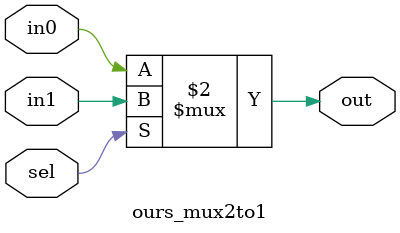
<source format=v>
module ours(
    input wire s1,
    input wire s2,
    input wire a,
    input wire b,
    input wire c,
    input wire d,
    output wire y
);
    wire x0, x1, x2;
    // Selects between c and d based on s2
    ours_mux2to1 mux0 (.in0(c), .in1(d), .sel(s2), .out(x2));
    // Selects between a and b based on s1
    ours_mux2to1 mux1 (.in0(a), .in1(b), .sel(s1), .out(x0));
    // Uses x2 to select again between a and b (seems logically necessary to maintain structure)
    ours_mux2to1 mux2 (.in0(a), .in1(b), .sel(x2), .out(x1));
    // Final selection between x0 and x1 based on s2
    ours_mux2to1 mux3 (.in0(x0), .in1(x1), .sel(s2), .out(y));
endmodule

// 2-to-1 Multiplexer Module remains unchanged
module ours_mux2to1(
    input wire in0,
    input wire in1,
    input wire sel,
    output reg out
);
    always @(*) begin
        out = sel ? in1 : in0; // Use ternary operator for clarity
    end
endmodule

</source>
